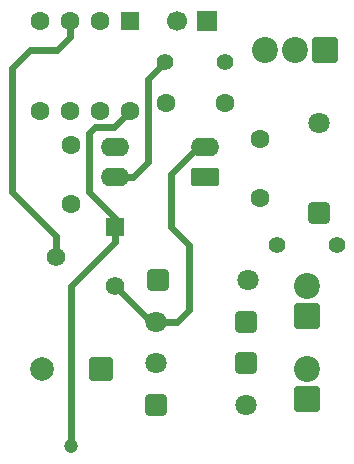
<source format=gbr>
%TF.GenerationSoftware,KiCad,Pcbnew,9.0.7*%
%TF.CreationDate,2026-02-13T16:37:28+01:00*%
%TF.ProjectId,Alpha2_GO_PWM,416c7068-6132-45f4-974f-5f50574d2e6b,rev?*%
%TF.SameCoordinates,Original*%
%TF.FileFunction,Copper,L2,Bot*%
%TF.FilePolarity,Positive*%
%FSLAX46Y46*%
G04 Gerber Fmt 4.6, Leading zero omitted, Abs format (unit mm)*
G04 Created by KiCad (PCBNEW 9.0.7) date 2026-02-13 16:37:28*
%MOMM*%
%LPD*%
G01*
G04 APERTURE LIST*
G04 Aperture macros list*
%AMRoundRect*
0 Rectangle with rounded corners*
0 $1 Rounding radius*
0 $2 $3 $4 $5 $6 $7 $8 $9 X,Y pos of 4 corners*
0 Add a 4 corners polygon primitive as box body*
4,1,4,$2,$3,$4,$5,$6,$7,$8,$9,$2,$3,0*
0 Add four circle primitives for the rounded corners*
1,1,$1+$1,$2,$3*
1,1,$1+$1,$4,$5*
1,1,$1+$1,$6,$7*
1,1,$1+$1,$8,$9*
0 Add four rect primitives between the rounded corners*
20,1,$1+$1,$2,$3,$4,$5,0*
20,1,$1+$1,$4,$5,$6,$7,0*
20,1,$1+$1,$6,$7,$8,$9,0*
20,1,$1+$1,$8,$9,$2,$3,0*%
G04 Aperture macros list end*
%TA.AperFunction,ComponentPad*%
%ADD10RoundRect,0.250000X0.750000X0.750000X-0.750000X0.750000X-0.750000X-0.750000X0.750000X-0.750000X0*%
%TD*%
%TA.AperFunction,ComponentPad*%
%ADD11C,2.000000*%
%TD*%
%TA.AperFunction,ComponentPad*%
%ADD12RoundRect,0.250000X0.950000X0.550000X-0.950000X0.550000X-0.950000X-0.550000X0.950000X-0.550000X0*%
%TD*%
%TA.AperFunction,ComponentPad*%
%ADD13O,2.400000X1.600000*%
%TD*%
%TA.AperFunction,ComponentPad*%
%ADD14RoundRect,0.250000X-0.550000X0.550000X-0.550000X-0.550000X0.550000X-0.550000X0.550000X0.550000X0*%
%TD*%
%TA.AperFunction,ComponentPad*%
%ADD15C,1.600000*%
%TD*%
%TA.AperFunction,ComponentPad*%
%ADD16R,1.560000X1.560000*%
%TD*%
%TA.AperFunction,ComponentPad*%
%ADD17C,1.560000*%
%TD*%
%TA.AperFunction,ComponentPad*%
%ADD18C,1.400000*%
%TD*%
%TA.AperFunction,ComponentPad*%
%ADD19RoundRect,0.249999X0.850001X-0.850001X0.850001X0.850001X-0.850001X0.850001X-0.850001X-0.850001X0*%
%TD*%
%TA.AperFunction,ComponentPad*%
%ADD20C,2.200000*%
%TD*%
%TA.AperFunction,ComponentPad*%
%ADD21RoundRect,0.249999X0.850001X0.850001X-0.850001X0.850001X-0.850001X-0.850001X0.850001X-0.850001X0*%
%TD*%
%TA.AperFunction,ComponentPad*%
%ADD22R,1.700000X1.700000*%
%TD*%
%TA.AperFunction,ComponentPad*%
%ADD23C,1.700000*%
%TD*%
%TA.AperFunction,ComponentPad*%
%ADD24RoundRect,0.250000X0.650000X0.650000X-0.650000X0.650000X-0.650000X-0.650000X0.650000X-0.650000X0*%
%TD*%
%TA.AperFunction,ComponentPad*%
%ADD25C,1.800000*%
%TD*%
%TA.AperFunction,ComponentPad*%
%ADD26RoundRect,0.250000X-0.650000X-0.650000X0.650000X-0.650000X0.650000X0.650000X-0.650000X0.650000X0*%
%TD*%
%TA.AperFunction,ComponentPad*%
%ADD27RoundRect,0.250000X0.650000X-0.650000X0.650000X0.650000X-0.650000X0.650000X-0.650000X-0.650000X0*%
%TD*%
%TA.AperFunction,ViaPad*%
%ADD28C,1.200000*%
%TD*%
%TA.AperFunction,Conductor*%
%ADD29C,0.600000*%
%TD*%
%TA.AperFunction,Conductor*%
%ADD30C,0.200000*%
%TD*%
G04 APERTURE END LIST*
D10*
%TO.P,C1,1*%
%TO.N,+24V*%
X103500000Y-103500000D03*
D11*
%TO.P,C1,2*%
%TO.N,GND*%
X98500000Y-103500000D03*
%TD*%
D12*
%TO.P,U2,1*%
%TO.N,Net-(D2-K)*%
X112310000Y-87275000D03*
D13*
%TO.P,U2,2*%
%TO.N,GND*%
X112310000Y-84735000D03*
%TO.P,U2,3*%
X104690000Y-84735000D03*
%TO.P,U2,4*%
%TO.N,Net-(U1-PB2)*%
X104690000Y-87275000D03*
%TD*%
D14*
%TO.P,U1,1,~{RESET}/PB5*%
%TO.N,unconnected-(U1-~{RESET}{slash}PB5-Pad1)*%
X106000000Y-74000000D03*
D15*
%TO.P,U1,2,XTAL1/PB3*%
%TO.N,unconnected-(U1-XTAL1{slash}PB3-Pad2)*%
X103460000Y-74000000D03*
%TO.P,U1,3,XTAL2/PB4*%
%TO.N,Net-(U1-XTAL2{slash}PB4)*%
X100920000Y-74000000D03*
%TO.P,U1,4,GND*%
%TO.N,GND*%
X98380000Y-74000000D03*
%TO.P,U1,5,AREF/PB0*%
%TO.N,Net-(J1-Pin_2)*%
X98380000Y-81620000D03*
%TO.P,U1,6,PB1*%
%TO.N,Net-(J2-Pin_3)*%
X100920000Y-81620000D03*
%TO.P,U1,7,PB2*%
%TO.N,Net-(U1-PB2)*%
X103460000Y-81620000D03*
%TO.P,U1,8,VCC*%
%TO.N,+5V*%
X106000000Y-81620000D03*
%TD*%
D16*
%TO.P,RV1,1,1*%
%TO.N,+5V*%
X104740000Y-91500000D03*
D17*
%TO.P,RV1,2,2*%
%TO.N,Net-(U1-XTAL2{slash}PB4)*%
X99740000Y-94000000D03*
%TO.P,RV1,3,3*%
%TO.N,GND*%
X104740000Y-96500000D03*
%TD*%
D18*
%TO.P,R2,1*%
%TO.N,Net-(J4-Pin_2)*%
X118460000Y-93000000D03*
%TO.P,R2,2*%
%TO.N,Net-(D2-K)*%
X123540000Y-93000000D03*
%TD*%
%TO.P,R1,1*%
%TO.N,+5V*%
X114040000Y-77500000D03*
%TO.P,R1,2*%
%TO.N,Net-(U1-PB2)*%
X108960000Y-77500000D03*
%TD*%
D19*
%TO.P,J4,1,Pin_1*%
%TO.N,+24V*%
X121000000Y-99040000D03*
D20*
%TO.P,J4,2,Pin_2*%
%TO.N,Net-(J4-Pin_2)*%
X121000000Y-96500000D03*
%TD*%
D19*
%TO.P,J3,1,Pin_1*%
%TO.N,Net-(D4-A)*%
X121000000Y-106040000D03*
D20*
%TO.P,J3,2,Pin_2*%
%TO.N,Net-(D3-A)*%
X121000000Y-103500000D03*
%TD*%
D21*
%TO.P,J2,1,Pin_1*%
%TO.N,unconnected-(J2-Pin_1-Pad1)*%
X122500000Y-76500000D03*
D20*
%TO.P,J2,2,Pin_2*%
%TO.N,GND*%
X119960000Y-76500000D03*
%TO.P,J2,3,Pin_3*%
%TO.N,Net-(J2-Pin_3)*%
X117420000Y-76500000D03*
%TD*%
D22*
%TO.P,J1,1,Pin_1*%
%TO.N,GND*%
X112500000Y-74000000D03*
D23*
%TO.P,J1,2,Pin_2*%
%TO.N,Net-(J1-Pin_2)*%
X109960000Y-74000000D03*
%TD*%
D24*
%TO.P,D6,1,K*%
%TO.N,Net-(D4-A)*%
X115810000Y-103000000D03*
D25*
%TO.P,D6,2,A*%
%TO.N,GND*%
X108190000Y-103000000D03*
%TD*%
D24*
%TO.P,D5,1,K*%
%TO.N,Net-(D3-A)*%
X115810000Y-99500000D03*
D25*
%TO.P,D5,2,A*%
%TO.N,GND*%
X108190000Y-99500000D03*
%TD*%
D26*
%TO.P,D4,1,K*%
%TO.N,+24V*%
X108190000Y-106500000D03*
D25*
%TO.P,D4,2,A*%
%TO.N,Net-(D4-A)*%
X115810000Y-106500000D03*
%TD*%
D26*
%TO.P,D3,1,K*%
%TO.N,+24V*%
X108380000Y-96000000D03*
D25*
%TO.P,D3,2,A*%
%TO.N,Net-(D3-A)*%
X116000000Y-96000000D03*
%TD*%
D27*
%TO.P,D2,1,K*%
%TO.N,Net-(D2-K)*%
X122000000Y-90310000D03*
D25*
%TO.P,D2,2,A*%
%TO.N,GND*%
X122000000Y-82690000D03*
%TD*%
D15*
%TO.P,C4,1*%
%TO.N,GND*%
X117000000Y-84000000D03*
%TO.P,C4,2*%
%TO.N,Net-(D2-K)*%
X117000000Y-89000000D03*
%TD*%
%TO.P,C3,1*%
%TO.N,GND*%
X101000000Y-84500000D03*
%TO.P,C3,2*%
%TO.N,Net-(U1-PB2)*%
X101000000Y-89500000D03*
%TD*%
%TO.P,C2,1*%
%TO.N,GND*%
X114000000Y-81000000D03*
%TO.P,C2,2*%
%TO.N,+5V*%
X109000000Y-81000000D03*
%TD*%
D28*
%TO.N,+5V*%
X101000000Y-110000000D03*
%TD*%
D29*
%TO.N,Net-(U1-XTAL2{slash}PB4)*%
X96000000Y-88500000D02*
X99740000Y-92240000D01*
X97500000Y-76500000D02*
X96000000Y-78000000D01*
X96000000Y-78000000D02*
X96000000Y-88500000D01*
X99740000Y-92240000D02*
X99740000Y-94000000D01*
X100920000Y-75420000D02*
X99840000Y-76500000D01*
X99840000Y-76500000D02*
X97500000Y-76500000D01*
X100920000Y-74000000D02*
X100920000Y-75420000D01*
%TO.N,+5V*%
X102500000Y-88500000D02*
X104740000Y-90740000D01*
X103000000Y-83000000D02*
X102500000Y-83500000D01*
X102500000Y-83500000D02*
X102500000Y-88500000D01*
X104620000Y-83000000D02*
X103000000Y-83000000D01*
X104740000Y-90740000D02*
X104740000Y-91500000D01*
X106000000Y-81620000D02*
X104620000Y-83000000D01*
%TO.N,GND*%
X107740000Y-99500000D02*
X104740000Y-96500000D01*
X108190000Y-99500000D02*
X107740000Y-99500000D01*
%TO.N,+5V*%
X104740000Y-92760000D02*
X104740000Y-91500000D01*
X101000000Y-96500000D02*
X104740000Y-92760000D01*
X101000000Y-110000000D02*
X101000000Y-96500000D01*
%TO.N,GND*%
X111000000Y-98500000D02*
X110000000Y-99500000D01*
X111000000Y-93000000D02*
X111000000Y-98500000D01*
X110000000Y-99500000D02*
X108190000Y-99500000D01*
X111765000Y-84735000D02*
X109500000Y-87000000D01*
X109500000Y-91500000D02*
X111000000Y-93000000D01*
D30*
X112310000Y-84735000D02*
X111765000Y-84735000D01*
D29*
X109500000Y-87000000D02*
X109500000Y-91500000D01*
%TO.N,Net-(U1-PB2)*%
X106225000Y-87275000D02*
X104690000Y-87275000D01*
X107500000Y-86000000D02*
X106225000Y-87275000D01*
X107500000Y-78960000D02*
X107500000Y-86000000D01*
X108960000Y-77500000D02*
X107500000Y-78960000D01*
%TD*%
M02*

</source>
